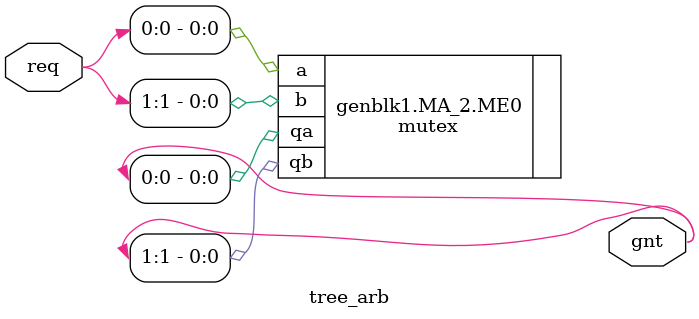
<source format=v>
/*
 Asynchronous SDM NoC
 (C)2011 Wei Song
 Advanced Processor Technologies Group
 Computer Science, the Univ. of Manchester, UK
 
 Authors: 
 Wei Song     wsong83@gmail.com
 
 License: LGPL 3.0 or later
 
 M-to-1 asynchronous tree arbiter.
 
 History:
 03/09/2009  Initial version. <wsong83@gmail.com>
 23/05/2011  Clean up for opensource. <wsong83@gmail.com>
 
*/

module tree_arb (/*AUTOARG*/
   // Outputs
   gnt,
   // Inputs
   req
   ) ;

   // parameters
   parameter MR = 2;                  // the number of request inputs
   localparam TrLev = mlog2(MR)-1;    // the number of levels of the tree
   input [MR-1:0]  req;               // the request input
   output [MR-1:0] gnt;               // the grant output

   // generate variables
   genvar 	   i, j, k;

   // internal wires
   wire [MR*2:0]   mreq;              // the internal request lines
   wire [MR*2:0]   mgnt;              // the internal gnt lines
   wire [1:0] 	   rgnt;              // the positive gnt of the root mutex

   // the hardware block
   generate
      if (MR == 1)		// special case: only one input
	begin: MA_1
	   assign gnt = req;
	end
      else if(MR == 2)		// special case: only two input
	begin: MA_2
	   mutex ME0 (
		      .a    ( req[0]    ),
		      .b    ( req[1]    ),
		      .qa   ( gnt[0]    ),
		      .qb   ( gnt[1]    )
		      );
	end
      else
	begin: MA_N

	   mutex ME0 (
		      .a    ( mreq[0]   ),
		      .b    ( mreq[1]   ),
		      .qa   ( rgnt[0]   ),
		      .qb   ( rgnt[1]   )
		      );

	   assign mgnt[1:0] = ~rgnt;

	   for (i=1; 2**(i+1)<MR; i=i+1) begin: L
	      for (j=0; j<2**i; j=j+1) begin: T
		 tarb TA (
			  .ngnt    ( mgnt[(2**i-1)*2+j*2+1:(2**i-1)*2+j*2]  ),
			  .ntgnt   ( mgnt[(2**(i-1)-1)*2+j]                 ),
			  .req     ( mreq[(2**i-1)*2+j*2+1:(2**i-1)*2+j*2]  ),
			  .treq    ( mreq[(2**(i-1)-1)*2+j]                 )
			  );
	      end
	   end

	   for (j=0; j<MR-(2**TrLev); j=j+1) begin: LF
	      tarb TA (
		       .ngnt    ( mgnt[(2**TrLev-1)*2+j*2+1:(2**TrLev-1)*2+j*2]  ),
		       .ntgnt   ( mgnt[(2**(TrLev-1)-1)*2+j]                     ),
		       .req     ( mreq[(2**TrLev-1)*2+j*2+1:(2**TrLev-1)*2+j*2]  ),
		       .treq    ( mreq[(2**(TrLev-1)-1)*2+j]                     )
		       );
	   end

	   assign gnt = ~(mgnt[2*MR-3:MR-2]);
	   assign mreq[2*MR-3:MR-2] = req;

	end
   endgenerate

   // log_2 function
   function integer mlog2;
      input integer MR;
      begin
	 for( mlog2 = 0; 2**mlog2<MR; mlog2=mlog2+1)
	   begin
	   end
      end
   endfunction // mlog2

endmodule // tree_arb



</source>
